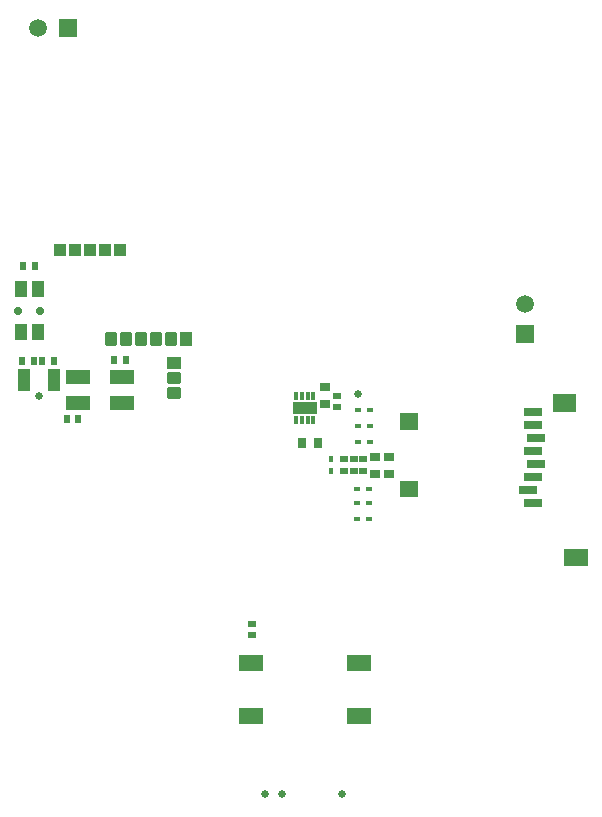
<source format=gbr>
%TF.GenerationSoftware,Altium Limited,Altium Designer,21.2.2 (38)*%
G04 Layer_Color=16711935*
%FSLAX45Y45*%
%MOMM*%
%TF.SameCoordinates,EE3A7C27-349B-46B6-A90B-2B7A9072729B*%
%TF.FilePolarity,Negative*%
%TF.FileFunction,Soldermask,Bot*%
%TF.Part,Single*%
G01*
G75*
%TA.AperFunction,SMDPad,CuDef*%
%ADD11R,0.90000X0.80000*%
%ADD12R,0.80000X0.90000*%
%ADD21R,0.50000X0.30000*%
%ADD49R,0.30000X0.50000*%
%TA.AperFunction,ComponentPad*%
%ADD70C,0.70000*%
G04:AMPARAMS|DCode=71|XSize=1.2mm|YSize=1.1mm|CornerRadius=0.275mm|HoleSize=0mm|Usage=FLASHONLY|Rotation=0.000|XOffset=0mm|YOffset=0mm|HoleType=Round|Shape=RoundedRectangle|*
%AMROUNDEDRECTD71*
21,1,1.20000,0.55000,0,0,0.0*
21,1,0.65000,1.10000,0,0,0.0*
1,1,0.55000,0.32500,-0.27500*
1,1,0.55000,-0.32500,-0.27500*
1,1,0.55000,-0.32500,0.27500*
1,1,0.55000,0.32500,0.27500*
%
%ADD71ROUNDEDRECTD71*%
%ADD72R,1.20000X1.10000*%
G04:AMPARAMS|DCode=73|XSize=1.2mm|YSize=1.1mm|CornerRadius=0.275mm|HoleSize=0mm|Usage=FLASHONLY|Rotation=270.000|XOffset=0mm|YOffset=0mm|HoleType=Round|Shape=RoundedRectangle|*
%AMROUNDEDRECTD73*
21,1,1.20000,0.55000,0,0,270.0*
21,1,0.65000,1.10000,0,0,270.0*
1,1,0.55000,-0.27500,-0.32500*
1,1,0.55000,-0.27500,0.32500*
1,1,0.55000,0.27500,0.32500*
1,1,0.55000,0.27500,-0.32500*
%
%ADD73ROUNDEDRECTD73*%
%ADD74R,1.10000X1.20000*%
%ADD75C,1.50000*%
%ADD76R,1.50000X1.50000*%
G04:AMPARAMS|DCode=77|XSize=1.1mm|YSize=1.1mm|CornerRadius=0.275mm|HoleSize=0mm|Usage=FLASHONLY|Rotation=90.000|XOffset=0mm|YOffset=0mm|HoleType=Round|Shape=RoundedRectangle|*
%AMROUNDEDRECTD77*
21,1,1.10000,0.55000,0,0,90.0*
21,1,0.55000,1.10000,0,0,90.0*
1,1,0.55000,0.27500,0.27500*
1,1,0.55000,0.27500,-0.27500*
1,1,0.55000,-0.27500,-0.27500*
1,1,0.55000,-0.27500,0.27500*
%
%ADD77ROUNDEDRECTD77*%
%ADD78R,1.10000X1.10000*%
%ADD79R,1.50000X1.50000*%
%TA.AperFunction,ViaPad*%
%ADD80C,0.65000*%
%TA.AperFunction,ConnectorPad*%
%ADD84R,1.05000X1.40000*%
%TA.AperFunction,SMDPad,CuDef*%
%ADD85R,2.10000X1.40000*%
%ADD86R,1.50000X0.80000*%
%ADD93R,0.70000X0.60000*%
%ADD94R,2.05000X1.05000*%
%ADD95R,0.40000X0.80000*%
%ADD96R,0.60000X0.70000*%
%ADD97R,2.10000X1.30000*%
%ADD98R,1.10000X1.90000*%
G36*
X3455001Y2770000D02*
Y2910000D01*
X3305001D01*
Y2770000D01*
X3455001D01*
D02*
G37*
G36*
Y3340000D02*
Y3480000D01*
X3305001D01*
Y3340000D01*
X3455001D01*
D02*
G37*
G36*
X4895001Y2185000D02*
Y2335000D01*
X4695001D01*
Y2185000D01*
X4895001D01*
D02*
G37*
G36*
X4795001Y3495000D02*
Y3645000D01*
X4595001D01*
Y3495000D01*
X4795001D01*
D02*
G37*
D11*
X2670000Y3700000D02*
D03*
Y3560000D02*
D03*
X3090000Y3110000D02*
D03*
Y2970000D02*
D03*
X3210000Y3110000D02*
D03*
Y2970000D02*
D03*
D12*
X2610000Y3230000D02*
D03*
X2470000D02*
D03*
D21*
X3040001Y2590000D02*
D03*
X2940000D02*
D03*
X3040001Y2720000D02*
D03*
X2940000D02*
D03*
X3040001Y2840000D02*
D03*
X2940000D02*
D03*
X3050001Y3240000D02*
D03*
X2950000D02*
D03*
X3050001Y3370000D02*
D03*
X2950000D02*
D03*
X3050001Y3510000D02*
D03*
X2950000D02*
D03*
D49*
X2720001Y2990000D02*
D03*
Y3090000D02*
D03*
D70*
X252500Y4350000D02*
D03*
X72500D02*
D03*
D71*
X1390000Y3780000D02*
D03*
Y3653000D02*
D03*
D72*
Y3907000D02*
D03*
D73*
X1364000Y4110000D02*
D03*
X1110000D02*
D03*
X1237000D02*
D03*
X856000D02*
D03*
X983000D02*
D03*
D74*
X1491000D02*
D03*
D75*
X4360000Y4410000D02*
D03*
X236000Y6740000D02*
D03*
D76*
X4360000Y4156000D02*
D03*
D77*
X931000Y4865000D02*
D03*
X804000D02*
D03*
X677000D02*
D03*
X550000D02*
D03*
D78*
X423000D02*
D03*
D79*
X490000Y6740000D02*
D03*
D80*
X250000Y3630000D02*
D03*
X2810000Y260000D02*
D03*
X2300000D02*
D03*
X2160000D02*
D03*
X2950000Y3640000D02*
D03*
D84*
X235000Y4170000D02*
D03*
Y4530000D02*
D03*
X90000Y4170000D02*
D03*
Y4530000D02*
D03*
D85*
X2045000Y1368001D02*
D03*
Y922001D02*
D03*
X2955000Y1368001D02*
D03*
Y922001D02*
D03*
D86*
X4430001Y2720000D02*
D03*
X4390001Y2830000D02*
D03*
X4430001Y2940000D02*
D03*
X4450001Y3050000D02*
D03*
X4430001Y3160000D02*
D03*
X4450001Y3270000D02*
D03*
X4430001Y3380000D02*
D03*
Y3490000D02*
D03*
D93*
X2770000Y3530000D02*
D03*
Y3630000D02*
D03*
X2830001Y2990000D02*
D03*
Y3090000D02*
D03*
X2910001Y2990000D02*
D03*
Y3089999D02*
D03*
X2990001Y2990000D02*
D03*
Y3089999D02*
D03*
X2050000Y1600000D02*
D03*
Y1700000D02*
D03*
D94*
X2495000Y3525000D02*
D03*
D95*
X2520000Y3420000D02*
D03*
X2470000D02*
D03*
X2570000D02*
D03*
X2470000Y3630000D02*
D03*
X2520000D02*
D03*
X2570000D02*
D03*
X2420000Y3420000D02*
D03*
Y3630000D02*
D03*
D96*
X480000Y3430000D02*
D03*
X580000D02*
D03*
X980000Y3930000D02*
D03*
X880000D02*
D03*
X270000Y3920000D02*
D03*
X370000D02*
D03*
X200000D02*
D03*
X100000D02*
D03*
X210000Y4730000D02*
D03*
X110000D02*
D03*
D97*
X580000Y3790000D02*
D03*
X950000D02*
D03*
Y3570000D02*
D03*
X580000D02*
D03*
D98*
X120000Y3760000D02*
D03*
X370000D02*
D03*
%TF.MD5,5f6732acaacc0139f8da886e27ed348c*%
M02*

</source>
